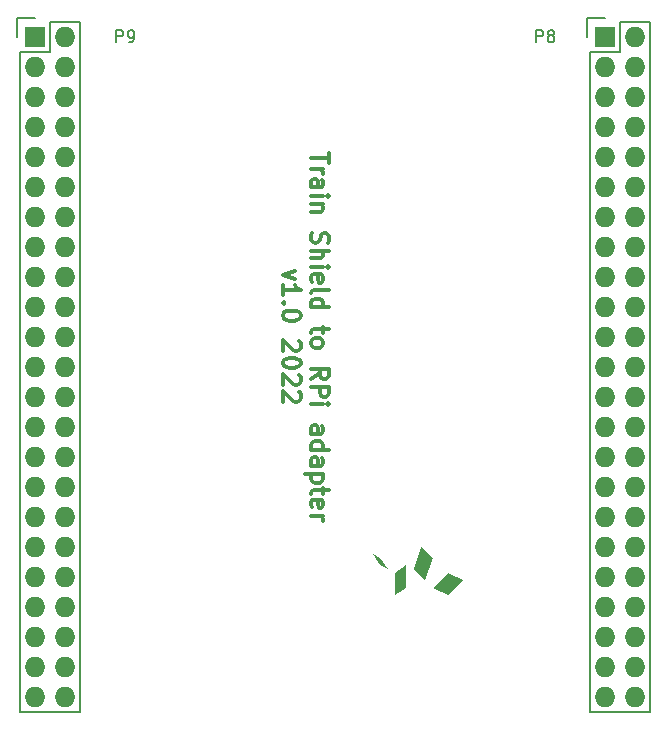
<source format=gto>
%TF.GenerationSoftware,KiCad,Pcbnew,(6.0.4-0)*%
%TF.CreationDate,2022-03-20T16:54:32-07:00*%
%TF.ProjectId,Pi Adapter 3,50692041-6461-4707-9465-7220332e6b69,rev?*%
%TF.SameCoordinates,Original*%
%TF.FileFunction,Legend,Top*%
%TF.FilePolarity,Positive*%
%FSLAX46Y46*%
G04 Gerber Fmt 4.6, Leading zero omitted, Abs format (unit mm)*
G04 Created by KiCad (PCBNEW (6.0.4-0)) date 2022-03-20 16:54:32*
%MOMM*%
%LPD*%
G01*
G04 APERTURE LIST*
%ADD10C,0.300000*%
%ADD11C,0.150000*%
%ADD12R,1.727200X1.727200*%
%ADD13O,1.727200X1.727200*%
G04 APERTURE END LIST*
D10*
X141259028Y-72210971D02*
X141259028Y-73068114D01*
X139759028Y-72639542D02*
X141259028Y-72639542D01*
X139759028Y-73568114D02*
X140759028Y-73568114D01*
X140473314Y-73568114D02*
X140616171Y-73639542D01*
X140687600Y-73710971D01*
X140759028Y-73853828D01*
X140759028Y-73996685D01*
X139759028Y-75139542D02*
X140544742Y-75139542D01*
X140687600Y-75068114D01*
X140759028Y-74925257D01*
X140759028Y-74639542D01*
X140687600Y-74496685D01*
X139830457Y-75139542D02*
X139759028Y-74996685D01*
X139759028Y-74639542D01*
X139830457Y-74496685D01*
X139973314Y-74425257D01*
X140116171Y-74425257D01*
X140259028Y-74496685D01*
X140330457Y-74639542D01*
X140330457Y-74996685D01*
X140401885Y-75139542D01*
X139759028Y-75853828D02*
X140759028Y-75853828D01*
X141259028Y-75853828D02*
X141187600Y-75782400D01*
X141116171Y-75853828D01*
X141187600Y-75925257D01*
X141259028Y-75853828D01*
X141116171Y-75853828D01*
X140759028Y-76568114D02*
X139759028Y-76568114D01*
X140616171Y-76568114D02*
X140687600Y-76639542D01*
X140759028Y-76782400D01*
X140759028Y-76996685D01*
X140687600Y-77139542D01*
X140544742Y-77210971D01*
X139759028Y-77210971D01*
X139830457Y-78996685D02*
X139759028Y-79210971D01*
X139759028Y-79568114D01*
X139830457Y-79710971D01*
X139901885Y-79782400D01*
X140044742Y-79853828D01*
X140187600Y-79853828D01*
X140330457Y-79782400D01*
X140401885Y-79710971D01*
X140473314Y-79568114D01*
X140544742Y-79282400D01*
X140616171Y-79139542D01*
X140687600Y-79068114D01*
X140830457Y-78996685D01*
X140973314Y-78996685D01*
X141116171Y-79068114D01*
X141187600Y-79139542D01*
X141259028Y-79282400D01*
X141259028Y-79639542D01*
X141187600Y-79853828D01*
X139759028Y-80496685D02*
X141259028Y-80496685D01*
X139759028Y-81139542D02*
X140544742Y-81139542D01*
X140687600Y-81068114D01*
X140759028Y-80925257D01*
X140759028Y-80710971D01*
X140687600Y-80568114D01*
X140616171Y-80496685D01*
X139759028Y-81853828D02*
X140759028Y-81853828D01*
X141259028Y-81853828D02*
X141187600Y-81782400D01*
X141116171Y-81853828D01*
X141187600Y-81925257D01*
X141259028Y-81853828D01*
X141116171Y-81853828D01*
X139830457Y-83139542D02*
X139759028Y-82996685D01*
X139759028Y-82710971D01*
X139830457Y-82568114D01*
X139973314Y-82496685D01*
X140544742Y-82496685D01*
X140687600Y-82568114D01*
X140759028Y-82710971D01*
X140759028Y-82996685D01*
X140687600Y-83139542D01*
X140544742Y-83210971D01*
X140401885Y-83210971D01*
X140259028Y-82496685D01*
X139759028Y-84068114D02*
X139830457Y-83925257D01*
X139973314Y-83853828D01*
X141259028Y-83853828D01*
X139759028Y-85282400D02*
X141259028Y-85282400D01*
X139830457Y-85282400D02*
X139759028Y-85139542D01*
X139759028Y-84853828D01*
X139830457Y-84710971D01*
X139901885Y-84639542D01*
X140044742Y-84568114D01*
X140473314Y-84568114D01*
X140616171Y-84639542D01*
X140687600Y-84710971D01*
X140759028Y-84853828D01*
X140759028Y-85139542D01*
X140687600Y-85282400D01*
X140759028Y-86925257D02*
X140759028Y-87496685D01*
X141259028Y-87139542D02*
X139973314Y-87139542D01*
X139830457Y-87210971D01*
X139759028Y-87353828D01*
X139759028Y-87496685D01*
X139759028Y-88210971D02*
X139830457Y-88068114D01*
X139901885Y-87996685D01*
X140044742Y-87925257D01*
X140473314Y-87925257D01*
X140616171Y-87996685D01*
X140687600Y-88068114D01*
X140759028Y-88210971D01*
X140759028Y-88425257D01*
X140687600Y-88568114D01*
X140616171Y-88639542D01*
X140473314Y-88710971D01*
X140044742Y-88710971D01*
X139901885Y-88639542D01*
X139830457Y-88568114D01*
X139759028Y-88425257D01*
X139759028Y-88210971D01*
X139759028Y-91353828D02*
X140473314Y-90853828D01*
X139759028Y-90496685D02*
X141259028Y-90496685D01*
X141259028Y-91068114D01*
X141187600Y-91210971D01*
X141116171Y-91282400D01*
X140973314Y-91353828D01*
X140759028Y-91353828D01*
X140616171Y-91282400D01*
X140544742Y-91210971D01*
X140473314Y-91068114D01*
X140473314Y-90496685D01*
X139759028Y-91996685D02*
X141259028Y-91996685D01*
X141259028Y-92568114D01*
X141187600Y-92710971D01*
X141116171Y-92782400D01*
X140973314Y-92853828D01*
X140759028Y-92853828D01*
X140616171Y-92782400D01*
X140544742Y-92710971D01*
X140473314Y-92568114D01*
X140473314Y-91996685D01*
X139759028Y-93496685D02*
X140759028Y-93496685D01*
X141259028Y-93496685D02*
X141187600Y-93425257D01*
X141116171Y-93496685D01*
X141187600Y-93568114D01*
X141259028Y-93496685D01*
X141116171Y-93496685D01*
X139759028Y-95996685D02*
X140544742Y-95996685D01*
X140687600Y-95925257D01*
X140759028Y-95782400D01*
X140759028Y-95496685D01*
X140687600Y-95353828D01*
X139830457Y-95996685D02*
X139759028Y-95853828D01*
X139759028Y-95496685D01*
X139830457Y-95353828D01*
X139973314Y-95282400D01*
X140116171Y-95282400D01*
X140259028Y-95353828D01*
X140330457Y-95496685D01*
X140330457Y-95853828D01*
X140401885Y-95996685D01*
X139759028Y-97353828D02*
X141259028Y-97353828D01*
X139830457Y-97353828D02*
X139759028Y-97210971D01*
X139759028Y-96925257D01*
X139830457Y-96782400D01*
X139901885Y-96710971D01*
X140044742Y-96639542D01*
X140473314Y-96639542D01*
X140616171Y-96710971D01*
X140687600Y-96782400D01*
X140759028Y-96925257D01*
X140759028Y-97210971D01*
X140687600Y-97353828D01*
X139759028Y-98710971D02*
X140544742Y-98710971D01*
X140687600Y-98639542D01*
X140759028Y-98496685D01*
X140759028Y-98210971D01*
X140687600Y-98068114D01*
X139830457Y-98710971D02*
X139759028Y-98568114D01*
X139759028Y-98210971D01*
X139830457Y-98068114D01*
X139973314Y-97996685D01*
X140116171Y-97996685D01*
X140259028Y-98068114D01*
X140330457Y-98210971D01*
X140330457Y-98568114D01*
X140401885Y-98710971D01*
X140759028Y-99425257D02*
X139259028Y-99425257D01*
X140687600Y-99425257D02*
X140759028Y-99568114D01*
X140759028Y-99853828D01*
X140687600Y-99996685D01*
X140616171Y-100068114D01*
X140473314Y-100139542D01*
X140044742Y-100139542D01*
X139901885Y-100068114D01*
X139830457Y-99996685D01*
X139759028Y-99853828D01*
X139759028Y-99568114D01*
X139830457Y-99425257D01*
X140759028Y-100568114D02*
X140759028Y-101139542D01*
X141259028Y-100782400D02*
X139973314Y-100782400D01*
X139830457Y-100853828D01*
X139759028Y-100996685D01*
X139759028Y-101139542D01*
X139830457Y-102210971D02*
X139759028Y-102068114D01*
X139759028Y-101782400D01*
X139830457Y-101639542D01*
X139973314Y-101568114D01*
X140544742Y-101568114D01*
X140687600Y-101639542D01*
X140759028Y-101782400D01*
X140759028Y-102068114D01*
X140687600Y-102210971D01*
X140544742Y-102282400D01*
X140401885Y-102282400D01*
X140259028Y-101568114D01*
X139759028Y-102925257D02*
X140759028Y-102925257D01*
X140473314Y-102925257D02*
X140616171Y-102996685D01*
X140687600Y-103068114D01*
X140759028Y-103210971D01*
X140759028Y-103353828D01*
X138344028Y-82210971D02*
X137344028Y-82568114D01*
X138344028Y-82925257D01*
X137344028Y-84282400D02*
X137344028Y-83425257D01*
X137344028Y-83853828D02*
X138844028Y-83853828D01*
X138629742Y-83710971D01*
X138486885Y-83568114D01*
X138415457Y-83425257D01*
X137486885Y-84925257D02*
X137415457Y-84996685D01*
X137344028Y-84925257D01*
X137415457Y-84853828D01*
X137486885Y-84925257D01*
X137344028Y-84925257D01*
X138844028Y-85925257D02*
X138844028Y-86068114D01*
X138772600Y-86210971D01*
X138701171Y-86282400D01*
X138558314Y-86353828D01*
X138272600Y-86425257D01*
X137915457Y-86425257D01*
X137629742Y-86353828D01*
X137486885Y-86282400D01*
X137415457Y-86210971D01*
X137344028Y-86068114D01*
X137344028Y-85925257D01*
X137415457Y-85782400D01*
X137486885Y-85710971D01*
X137629742Y-85639542D01*
X137915457Y-85568114D01*
X138272600Y-85568114D01*
X138558314Y-85639542D01*
X138701171Y-85710971D01*
X138772600Y-85782400D01*
X138844028Y-85925257D01*
X138701171Y-88139542D02*
X138772600Y-88210971D01*
X138844028Y-88353828D01*
X138844028Y-88710971D01*
X138772600Y-88853828D01*
X138701171Y-88925257D01*
X138558314Y-88996685D01*
X138415457Y-88996685D01*
X138201171Y-88925257D01*
X137344028Y-88068114D01*
X137344028Y-88996685D01*
X138844028Y-89925257D02*
X138844028Y-90068114D01*
X138772600Y-90210971D01*
X138701171Y-90282400D01*
X138558314Y-90353828D01*
X138272600Y-90425257D01*
X137915457Y-90425257D01*
X137629742Y-90353828D01*
X137486885Y-90282400D01*
X137415457Y-90210971D01*
X137344028Y-90068114D01*
X137344028Y-89925257D01*
X137415457Y-89782400D01*
X137486885Y-89710971D01*
X137629742Y-89639542D01*
X137915457Y-89568114D01*
X138272600Y-89568114D01*
X138558314Y-89639542D01*
X138701171Y-89710971D01*
X138772600Y-89782400D01*
X138844028Y-89925257D01*
X138701171Y-90996685D02*
X138772600Y-91068114D01*
X138844028Y-91210971D01*
X138844028Y-91568114D01*
X138772600Y-91710971D01*
X138701171Y-91782400D01*
X138558314Y-91853828D01*
X138415457Y-91853828D01*
X138201171Y-91782400D01*
X137344028Y-90925257D01*
X137344028Y-91853828D01*
X138701171Y-92425257D02*
X138772600Y-92496685D01*
X138844028Y-92639542D01*
X138844028Y-92996685D01*
X138772600Y-93139542D01*
X138701171Y-93210971D01*
X138558314Y-93282400D01*
X138415457Y-93282400D01*
X138201171Y-93210971D01*
X137344028Y-92353828D01*
X137344028Y-93282400D01*
D11*
%TO.C,P8*%
X158812004Y-62834780D02*
X158812004Y-61834780D01*
X159192957Y-61834780D01*
X159288195Y-61882400D01*
X159335814Y-61930019D01*
X159383433Y-62025257D01*
X159383433Y-62168114D01*
X159335814Y-62263352D01*
X159288195Y-62310971D01*
X159192957Y-62358590D01*
X158812004Y-62358590D01*
X159954861Y-62263352D02*
X159859623Y-62215733D01*
X159812004Y-62168114D01*
X159764385Y-62072876D01*
X159764385Y-62025257D01*
X159812004Y-61930019D01*
X159859623Y-61882400D01*
X159954861Y-61834780D01*
X160145338Y-61834780D01*
X160240576Y-61882400D01*
X160288195Y-61930019D01*
X160335814Y-62025257D01*
X160335814Y-62072876D01*
X160288195Y-62168114D01*
X160240576Y-62215733D01*
X160145338Y-62263352D01*
X159954861Y-62263352D01*
X159859623Y-62310971D01*
X159812004Y-62358590D01*
X159764385Y-62453828D01*
X159764385Y-62644304D01*
X159812004Y-62739542D01*
X159859623Y-62787161D01*
X159954861Y-62834780D01*
X160145338Y-62834780D01*
X160240576Y-62787161D01*
X160288195Y-62739542D01*
X160335814Y-62644304D01*
X160335814Y-62453828D01*
X160288195Y-62358590D01*
X160240576Y-62310971D01*
X160145338Y-62263352D01*
%TO.C,P9*%
X123252004Y-62834780D02*
X123252004Y-61834780D01*
X123632957Y-61834780D01*
X123728195Y-61882400D01*
X123775814Y-61930019D01*
X123823433Y-62025257D01*
X123823433Y-62168114D01*
X123775814Y-62263352D01*
X123728195Y-62310971D01*
X123632957Y-62358590D01*
X123252004Y-62358590D01*
X124299623Y-62834780D02*
X124490100Y-62834780D01*
X124585338Y-62787161D01*
X124632957Y-62739542D01*
X124728195Y-62596685D01*
X124775814Y-62406209D01*
X124775814Y-62025257D01*
X124728195Y-61930019D01*
X124680576Y-61882400D01*
X124585338Y-61834780D01*
X124394861Y-61834780D01*
X124299623Y-61882400D01*
X124252004Y-61930019D01*
X124204385Y-62025257D01*
X124204385Y-62263352D01*
X124252004Y-62358590D01*
X124299623Y-62406209D01*
X124394861Y-62453828D01*
X124585338Y-62453828D01*
X124680576Y-62406209D01*
X124728195Y-62358590D01*
X124775814Y-62263352D01*
%TO.C,P8*%
X164630100Y-60832400D02*
X163080100Y-60832400D01*
X168440100Y-61112400D02*
X165900100Y-61112400D01*
X165900100Y-63652400D02*
X163360100Y-63652400D01*
X163080100Y-60832400D02*
X163080100Y-62382400D01*
X165900100Y-61112400D02*
X165900100Y-63652400D01*
X168440100Y-119532400D02*
X168440100Y-61112400D01*
X168440100Y-119532400D02*
X163360100Y-119532400D01*
X163360100Y-119532400D02*
X163360100Y-63652400D01*
%TO.C,P9*%
X120180100Y-119532400D02*
X115100100Y-119532400D01*
X114820100Y-60832400D02*
X114820100Y-62382400D01*
X120180100Y-61112400D02*
X117640100Y-61112400D01*
X115100100Y-119532400D02*
X115100100Y-63652400D01*
X120180100Y-119532400D02*
X120180100Y-61112400D01*
X117640100Y-61112400D02*
X117640100Y-63652400D01*
X117640100Y-63652400D02*
X115100100Y-63652400D01*
X116370100Y-60832400D02*
X114820100Y-60832400D01*
%TO.C,M1*%
G36*
X152565100Y-108419900D02*
G01*
X151295100Y-109689900D01*
X150025100Y-109054900D01*
X151295100Y-107784900D01*
X152565100Y-108419900D01*
G37*
G36*
X150025100Y-106514900D02*
G01*
X149390100Y-108419900D01*
X148437600Y-107467400D01*
X149072600Y-105562400D01*
X150025100Y-106514900D01*
G37*
G36*
X145580100Y-106514900D02*
G01*
X146215100Y-107467400D01*
X145580100Y-107149900D01*
X144945100Y-106197400D01*
X145580100Y-106514900D01*
G37*
G36*
X147802600Y-109054900D02*
G01*
X146850100Y-109689900D01*
X146850100Y-107784900D01*
X147802600Y-107149900D01*
X147802600Y-109054900D01*
G37*
%TD*%
D12*
%TO.C,P8*%
X164630100Y-62382400D03*
D13*
X167170100Y-62382400D03*
X164630100Y-64922400D03*
X167170100Y-64922400D03*
X164630100Y-67462400D03*
X167170100Y-67462400D03*
X164630100Y-70002400D03*
X167170100Y-70002400D03*
X164630100Y-72542400D03*
X167170100Y-72542400D03*
X164630100Y-75082400D03*
X167170100Y-75082400D03*
X164630100Y-77622400D03*
X167170100Y-77622400D03*
X164630100Y-80162400D03*
X167170100Y-80162400D03*
X164630100Y-82702400D03*
X167170100Y-82702400D03*
X164630100Y-85242400D03*
X167170100Y-85242400D03*
X164630100Y-87782400D03*
X167170100Y-87782400D03*
X164630100Y-90322400D03*
X167170100Y-90322400D03*
X164630100Y-92862400D03*
X167170100Y-92862400D03*
X164630100Y-95402400D03*
X167170100Y-95402400D03*
X164630100Y-97942400D03*
X167170100Y-97942400D03*
X164630100Y-100482400D03*
X167170100Y-100482400D03*
X164630100Y-103022400D03*
X167170100Y-103022400D03*
X164630100Y-105562400D03*
X167170100Y-105562400D03*
X164630100Y-108102400D03*
X167170100Y-108102400D03*
X164630100Y-110642400D03*
X167170100Y-110642400D03*
X164630100Y-113182400D03*
X167170100Y-113182400D03*
X164630100Y-115722400D03*
X167170100Y-115722400D03*
X164630100Y-118262400D03*
X167170100Y-118262400D03*
%TD*%
D12*
%TO.C,P9*%
X116370100Y-62382400D03*
D13*
X118910100Y-62382400D03*
X116370100Y-64922400D03*
X118910100Y-64922400D03*
X116370100Y-67462400D03*
X118910100Y-67462400D03*
X116370100Y-70002400D03*
X118910100Y-70002400D03*
X116370100Y-72542400D03*
X118910100Y-72542400D03*
X116370100Y-75082400D03*
X118910100Y-75082400D03*
X116370100Y-77622400D03*
X118910100Y-77622400D03*
X116370100Y-80162400D03*
X118910100Y-80162400D03*
X116370100Y-82702400D03*
X118910100Y-82702400D03*
X116370100Y-85242400D03*
X118910100Y-85242400D03*
X116370100Y-87782400D03*
X118910100Y-87782400D03*
X116370100Y-90322400D03*
X118910100Y-90322400D03*
X116370100Y-92862400D03*
X118910100Y-92862400D03*
X116370100Y-95402400D03*
X118910100Y-95402400D03*
X116370100Y-97942400D03*
X118910100Y-97942400D03*
X116370100Y-100482400D03*
X118910100Y-100482400D03*
X116370100Y-103022400D03*
X118910100Y-103022400D03*
X116370100Y-105562400D03*
X118910100Y-105562400D03*
X116370100Y-108102400D03*
X118910100Y-108102400D03*
X116370100Y-110642400D03*
X118910100Y-110642400D03*
X116370100Y-113182400D03*
X118910100Y-113182400D03*
X116370100Y-115722400D03*
X118910100Y-115722400D03*
X116370100Y-118262400D03*
X118910100Y-118262400D03*
%TD*%
M02*

</source>
